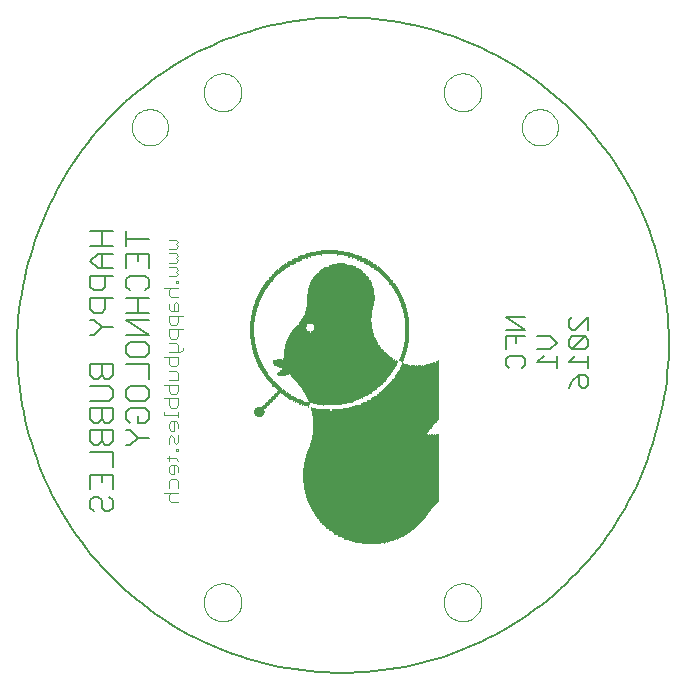
<source format=gbo>
G75*
%MOIN*%
%OFA0B0*%
%FSLAX24Y24*%
%IPPOS*%
%LPD*%
%AMOC8*
5,1,8,0,0,1.08239X$1,22.5*
%
%ADD10C,0.0000*%
%ADD11C,0.0050*%
%ADD12C,0.0060*%
%ADD13C,0.0080*%
%ADD14C,0.0040*%
%ADD15R,0.0033X0.1967*%
%ADD16R,0.0033X0.2266*%
%ADD17R,0.0033X0.1967*%
%ADD18R,0.0033X0.2300*%
%ADD19R,0.0033X0.2034*%
%ADD20R,0.0033X0.2333*%
%ADD21R,0.0033X0.2033*%
%ADD22R,0.0033X0.2366*%
%ADD23R,0.0033X0.2066*%
%ADD24R,0.0033X0.2400*%
%ADD25R,0.0033X0.2100*%
%ADD26R,0.0033X0.2433*%
%ADD27R,0.0033X0.2133*%
%ADD28R,0.0033X0.2466*%
%ADD29R,0.0033X0.2167*%
%ADD30R,0.0033X0.2500*%
%ADD31R,0.0033X0.2200*%
%ADD32R,0.0033X0.2566*%
%ADD33R,0.0033X0.2200*%
%ADD34R,0.0033X0.2600*%
%ADD35R,0.0033X0.2234*%
%ADD36R,0.0033X0.2633*%
%ADD37R,0.0033X0.2700*%
%ADD38R,0.0033X0.5067*%
%ADD39R,0.0033X0.5100*%
%ADD40R,0.0033X0.5133*%
%ADD41R,0.0033X0.5166*%
%ADD42R,0.0033X0.5200*%
%ADD43R,0.0033X0.5233*%
%ADD44R,0.0033X0.5266*%
%ADD45R,0.0033X0.5300*%
%ADD46R,0.0033X0.5333*%
%ADD47R,0.0033X0.5366*%
%ADD48R,0.0033X0.5400*%
%ADD49R,0.0033X0.5433*%
%ADD50R,0.0033X0.5466*%
%ADD51R,0.0033X0.5500*%
%ADD52R,0.0033X0.5533*%
%ADD53R,0.0033X0.5566*%
%ADD54R,0.0033X0.5600*%
%ADD55R,0.0033X0.0866*%
%ADD56R,0.0033X0.5600*%
%ADD57R,0.0033X0.1200*%
%ADD58R,0.0033X0.5667*%
%ADD59R,0.0033X0.1466*%
%ADD60R,0.0033X0.5700*%
%ADD61R,0.0033X0.1700*%
%ADD62R,0.0033X0.5700*%
%ADD63R,0.0033X0.0533*%
%ADD64R,0.0033X0.5734*%
%ADD65R,0.0033X0.0466*%
%ADD66R,0.0033X0.5767*%
%ADD67R,0.0033X0.0400*%
%ADD68R,0.0033X0.6200*%
%ADD69R,0.0033X0.0367*%
%ADD70R,0.0033X0.0267*%
%ADD71R,0.0033X0.5733*%
%ADD72R,0.0033X0.0333*%
%ADD73R,0.0033X0.0166*%
%ADD74R,0.0033X0.0333*%
%ADD75R,0.0033X0.0066*%
%ADD76R,0.0033X0.5633*%
%ADD77R,0.0033X0.0300*%
%ADD78R,0.0033X0.0067*%
%ADD79R,0.0033X0.5567*%
%ADD80R,0.0033X0.0267*%
%ADD81R,0.0033X0.0167*%
%ADD82R,0.0033X0.5500*%
%ADD83R,0.0033X0.0233*%
%ADD84R,0.0033X0.0233*%
%ADD85R,0.0033X0.0366*%
%ADD86R,0.0033X0.5433*%
%ADD87R,0.0033X0.0467*%
%ADD88R,0.0033X0.0600*%
%ADD89R,0.0033X0.5300*%
%ADD90R,0.0033X0.0234*%
%ADD91R,0.0033X0.0666*%
%ADD92R,0.0033X0.0200*%
%ADD93R,0.0033X0.0734*%
%ADD94R,0.0033X0.5267*%
%ADD95R,0.0033X0.0200*%
%ADD96R,0.0033X0.0800*%
%ADD97R,0.0033X0.5234*%
%ADD98R,0.0033X0.0900*%
%ADD99R,0.0033X0.0967*%
%ADD100R,0.0033X0.1033*%
%ADD101R,0.0033X0.5167*%
%ADD102R,0.0033X0.1100*%
%ADD103R,0.0033X0.1167*%
%ADD104R,0.0033X0.1233*%
%ADD105R,0.0033X0.1300*%
%ADD106R,0.0033X0.5066*%
%ADD107R,0.0033X0.1400*%
%ADD108R,0.0033X0.1433*%
%ADD109R,0.0033X0.5033*%
%ADD110R,0.0033X0.1533*%
%ADD111R,0.0033X0.5000*%
%ADD112R,0.0033X0.1634*%
%ADD113R,0.0033X0.4966*%
%ADD114R,0.0033X0.1733*%
%ADD115R,0.0033X0.4966*%
%ADD116R,0.0033X0.0167*%
%ADD117R,0.0033X0.1833*%
%ADD118R,0.0033X0.4933*%
%ADD119R,0.0033X0.0600*%
%ADD120R,0.0033X0.1933*%
%ADD121R,0.0033X0.4900*%
%ADD122R,0.0033X0.0833*%
%ADD123R,0.0033X0.2100*%
%ADD124R,0.0033X0.4900*%
%ADD125R,0.0033X0.2367*%
%ADD126R,0.0033X0.4866*%
%ADD127R,0.0033X0.3767*%
%ADD128R,0.0033X0.4833*%
%ADD129R,0.0033X0.3833*%
%ADD130R,0.0033X0.4833*%
%ADD131R,0.0033X0.3934*%
%ADD132R,0.0033X0.4800*%
%ADD133R,0.0033X0.3967*%
%ADD134R,0.0033X0.4033*%
%ADD135R,0.0033X0.4766*%
%ADD136R,0.0033X0.4067*%
%ADD137R,0.0033X0.4766*%
%ADD138R,0.0033X0.4133*%
%ADD139R,0.0033X0.4733*%
%ADD140R,0.0033X0.0166*%
%ADD141R,0.0033X0.4166*%
%ADD142R,0.0033X0.4733*%
%ADD143R,0.0033X0.4234*%
%ADD144R,0.0033X0.4700*%
%ADD145R,0.0033X0.4267*%
%ADD146R,0.0033X0.4667*%
%ADD147R,0.0033X0.4333*%
%ADD148R,0.0033X0.4633*%
%ADD149R,0.0033X0.0134*%
%ADD150R,0.0033X0.4333*%
%ADD151R,0.0033X0.4633*%
%ADD152R,0.0033X0.4400*%
%ADD153R,0.0033X0.4433*%
%ADD154R,0.0033X0.4600*%
%ADD155R,0.0033X0.0133*%
%ADD156R,0.0033X0.4433*%
%ADD157R,0.0033X0.4600*%
%ADD158R,0.0033X0.4500*%
%ADD159R,0.0033X0.4567*%
%ADD160R,0.0033X0.0133*%
%ADD161R,0.0033X0.4500*%
%ADD162R,0.0033X0.4534*%
%ADD163R,0.0033X0.4533*%
%ADD164R,0.0033X0.4534*%
%ADD165R,0.0033X0.0134*%
%ADD166R,0.0033X0.4567*%
%ADD167R,0.0033X0.4466*%
%ADD168R,0.0033X0.4466*%
%ADD169R,0.0033X0.4667*%
%ADD170R,0.0033X0.4367*%
%ADD171R,0.0033X0.4367*%
%ADD172R,0.0033X0.4700*%
%ADD173R,0.0033X0.4300*%
%ADD174R,0.0033X0.4234*%
%ADD175R,0.0033X0.4200*%
%ADD176R,0.0033X0.4200*%
%ADD177R,0.0033X0.4167*%
%ADD178R,0.0033X0.4134*%
%ADD179R,0.0033X0.4100*%
%ADD180R,0.0033X0.4033*%
%ADD181R,0.0033X0.4034*%
%ADD182R,0.0033X0.4000*%
%ADD183R,0.0033X0.3967*%
%ADD184R,0.0033X0.3900*%
%ADD185R,0.0033X0.3867*%
%ADD186R,0.0033X0.3834*%
%ADD187R,0.0033X0.4533*%
%ADD188R,0.0033X0.3800*%
%ADD189R,0.0033X0.4467*%
%ADD190R,0.0033X0.3734*%
%ADD191R,0.0033X0.3667*%
%ADD192R,0.0033X0.3634*%
%ADD193R,0.0033X0.4334*%
%ADD194R,0.0033X0.3633*%
%ADD195R,0.0033X0.3567*%
%ADD196R,0.0033X0.3533*%
%ADD197R,0.0033X0.1600*%
%ADD198R,0.0033X0.2467*%
%ADD199R,0.0033X0.3467*%
%ADD200R,0.0033X0.1500*%
%ADD201R,0.0033X0.2400*%
%ADD202R,0.0033X0.2566*%
%ADD203R,0.0033X0.1467*%
%ADD204R,0.0033X0.2366*%
%ADD205R,0.0033X0.2133*%
%ADD206R,0.0033X0.1300*%
%ADD207R,0.0033X0.2467*%
%ADD208R,0.0033X0.1966*%
%ADD209R,0.0033X0.2334*%
%ADD210R,0.0033X0.1800*%
%ADD211R,0.0033X0.1033*%
%ADD212R,0.0033X0.2267*%
%ADD213R,0.0033X0.0634*%
%ADD214R,0.0033X0.1467*%
%ADD215R,0.0033X0.2800*%
%ADD216R,0.0033X0.0933*%
%ADD217R,0.0033X0.2534*%
%ADD218R,0.0033X0.0500*%
%ADD219R,0.0033X0.2134*%
%ADD220R,0.0033X0.2033*%
%ADD221R,0.0033X0.1934*%
%ADD222R,0.0033X0.1866*%
%ADD223R,0.0033X0.1734*%
%ADD224R,0.0033X0.1666*%
%ADD225R,0.0033X0.1267*%
%ADD226R,0.0033X0.1133*%
%ADD227R,0.0033X0.1066*%
%ADD228R,0.0033X0.0566*%
%ADD229R,0.0033X0.0300*%
%ADD230R,0.0033X0.0266*%
%ADD231R,0.0033X0.0266*%
%ADD232R,0.0033X0.0334*%
%ADD233R,0.0033X0.0234*%
%ADD234R,0.0033X0.0067*%
%ADD235R,0.0033X0.0367*%
%ADD236R,0.0033X0.0400*%
%ADD237R,0.0033X0.0434*%
%ADD238R,0.0033X0.0533*%
%ADD239R,0.0033X0.0633*%
%ADD240R,0.0033X0.0634*%
%ADD241R,0.0033X0.1567*%
%ADD242R,0.0033X0.1334*%
%ADD243R,0.0033X0.0567*%
D10*
X006445Y003425D02*
X006447Y003475D01*
X006453Y003525D01*
X006463Y003574D01*
X006477Y003622D01*
X006494Y003669D01*
X006515Y003714D01*
X006540Y003758D01*
X006568Y003799D01*
X006600Y003838D01*
X006634Y003875D01*
X006671Y003909D01*
X006711Y003939D01*
X006753Y003966D01*
X006797Y003990D01*
X006843Y004011D01*
X006890Y004027D01*
X006938Y004040D01*
X006988Y004049D01*
X007037Y004054D01*
X007088Y004055D01*
X007138Y004052D01*
X007187Y004045D01*
X007236Y004034D01*
X007284Y004019D01*
X007330Y004001D01*
X007375Y003979D01*
X007418Y003953D01*
X007459Y003924D01*
X007498Y003892D01*
X007534Y003857D01*
X007566Y003819D01*
X007596Y003779D01*
X007623Y003736D01*
X007646Y003692D01*
X007665Y003646D01*
X007681Y003598D01*
X007693Y003549D01*
X007701Y003500D01*
X007705Y003450D01*
X007705Y003400D01*
X007701Y003350D01*
X007693Y003301D01*
X007681Y003252D01*
X007665Y003204D01*
X007646Y003158D01*
X007623Y003114D01*
X007596Y003071D01*
X007566Y003031D01*
X007534Y002993D01*
X007498Y002958D01*
X007459Y002926D01*
X007418Y002897D01*
X007375Y002871D01*
X007330Y002849D01*
X007284Y002831D01*
X007236Y002816D01*
X007187Y002805D01*
X007138Y002798D01*
X007088Y002795D01*
X007037Y002796D01*
X006988Y002801D01*
X006938Y002810D01*
X006890Y002823D01*
X006843Y002839D01*
X006797Y002860D01*
X006753Y002884D01*
X006711Y002911D01*
X006671Y002941D01*
X006634Y002975D01*
X006600Y003012D01*
X006568Y003051D01*
X006540Y003092D01*
X006515Y003136D01*
X006494Y003181D01*
X006477Y003228D01*
X006463Y003276D01*
X006453Y003325D01*
X006447Y003375D01*
X006445Y003425D01*
X014445Y003425D02*
X014447Y003475D01*
X014453Y003525D01*
X014463Y003574D01*
X014477Y003622D01*
X014494Y003669D01*
X014515Y003714D01*
X014540Y003758D01*
X014568Y003799D01*
X014600Y003838D01*
X014634Y003875D01*
X014671Y003909D01*
X014711Y003939D01*
X014753Y003966D01*
X014797Y003990D01*
X014843Y004011D01*
X014890Y004027D01*
X014938Y004040D01*
X014988Y004049D01*
X015037Y004054D01*
X015088Y004055D01*
X015138Y004052D01*
X015187Y004045D01*
X015236Y004034D01*
X015284Y004019D01*
X015330Y004001D01*
X015375Y003979D01*
X015418Y003953D01*
X015459Y003924D01*
X015498Y003892D01*
X015534Y003857D01*
X015566Y003819D01*
X015596Y003779D01*
X015623Y003736D01*
X015646Y003692D01*
X015665Y003646D01*
X015681Y003598D01*
X015693Y003549D01*
X015701Y003500D01*
X015705Y003450D01*
X015705Y003400D01*
X015701Y003350D01*
X015693Y003301D01*
X015681Y003252D01*
X015665Y003204D01*
X015646Y003158D01*
X015623Y003114D01*
X015596Y003071D01*
X015566Y003031D01*
X015534Y002993D01*
X015498Y002958D01*
X015459Y002926D01*
X015418Y002897D01*
X015375Y002871D01*
X015330Y002849D01*
X015284Y002831D01*
X015236Y002816D01*
X015187Y002805D01*
X015138Y002798D01*
X015088Y002795D01*
X015037Y002796D01*
X014988Y002801D01*
X014938Y002810D01*
X014890Y002823D01*
X014843Y002839D01*
X014797Y002860D01*
X014753Y002884D01*
X014711Y002911D01*
X014671Y002941D01*
X014634Y002975D01*
X014600Y003012D01*
X014568Y003051D01*
X014540Y003092D01*
X014515Y003136D01*
X014494Y003181D01*
X014477Y003228D01*
X014463Y003276D01*
X014453Y003325D01*
X014447Y003375D01*
X014445Y003425D01*
X017052Y019255D02*
X017054Y019304D01*
X017060Y019352D01*
X017070Y019399D01*
X017083Y019446D01*
X017100Y019491D01*
X017121Y019535D01*
X017145Y019577D01*
X017173Y019617D01*
X017204Y019655D01*
X017237Y019690D01*
X017274Y019722D01*
X017312Y019751D01*
X017353Y019777D01*
X017396Y019800D01*
X017441Y019819D01*
X017487Y019834D01*
X017534Y019846D01*
X017582Y019854D01*
X017631Y019858D01*
X017679Y019858D01*
X017728Y019854D01*
X017776Y019846D01*
X017823Y019834D01*
X017869Y019819D01*
X017914Y019800D01*
X017956Y019777D01*
X017998Y019751D01*
X018036Y019722D01*
X018073Y019690D01*
X018106Y019655D01*
X018137Y019617D01*
X018165Y019577D01*
X018189Y019535D01*
X018210Y019491D01*
X018227Y019446D01*
X018240Y019399D01*
X018250Y019352D01*
X018256Y019304D01*
X018258Y019255D01*
X018256Y019206D01*
X018250Y019158D01*
X018240Y019111D01*
X018227Y019064D01*
X018210Y019019D01*
X018189Y018975D01*
X018165Y018933D01*
X018137Y018893D01*
X018106Y018855D01*
X018073Y018820D01*
X018036Y018788D01*
X017998Y018759D01*
X017957Y018733D01*
X017914Y018710D01*
X017869Y018691D01*
X017823Y018676D01*
X017776Y018664D01*
X017728Y018656D01*
X017679Y018652D01*
X017631Y018652D01*
X017582Y018656D01*
X017534Y018664D01*
X017487Y018676D01*
X017441Y018691D01*
X017396Y018710D01*
X017354Y018733D01*
X017312Y018759D01*
X017274Y018788D01*
X017237Y018820D01*
X017204Y018855D01*
X017173Y018893D01*
X017145Y018933D01*
X017121Y018975D01*
X017100Y019019D01*
X017083Y019064D01*
X017070Y019111D01*
X017060Y019158D01*
X017054Y019206D01*
X017052Y019255D01*
X014445Y020425D02*
X014447Y020475D01*
X014453Y020525D01*
X014463Y020574D01*
X014477Y020622D01*
X014494Y020669D01*
X014515Y020714D01*
X014540Y020758D01*
X014568Y020799D01*
X014600Y020838D01*
X014634Y020875D01*
X014671Y020909D01*
X014711Y020939D01*
X014753Y020966D01*
X014797Y020990D01*
X014843Y021011D01*
X014890Y021027D01*
X014938Y021040D01*
X014988Y021049D01*
X015037Y021054D01*
X015088Y021055D01*
X015138Y021052D01*
X015187Y021045D01*
X015236Y021034D01*
X015284Y021019D01*
X015330Y021001D01*
X015375Y020979D01*
X015418Y020953D01*
X015459Y020924D01*
X015498Y020892D01*
X015534Y020857D01*
X015566Y020819D01*
X015596Y020779D01*
X015623Y020736D01*
X015646Y020692D01*
X015665Y020646D01*
X015681Y020598D01*
X015693Y020549D01*
X015701Y020500D01*
X015705Y020450D01*
X015705Y020400D01*
X015701Y020350D01*
X015693Y020301D01*
X015681Y020252D01*
X015665Y020204D01*
X015646Y020158D01*
X015623Y020114D01*
X015596Y020071D01*
X015566Y020031D01*
X015534Y019993D01*
X015498Y019958D01*
X015459Y019926D01*
X015418Y019897D01*
X015375Y019871D01*
X015330Y019849D01*
X015284Y019831D01*
X015236Y019816D01*
X015187Y019805D01*
X015138Y019798D01*
X015088Y019795D01*
X015037Y019796D01*
X014988Y019801D01*
X014938Y019810D01*
X014890Y019823D01*
X014843Y019839D01*
X014797Y019860D01*
X014753Y019884D01*
X014711Y019911D01*
X014671Y019941D01*
X014634Y019975D01*
X014600Y020012D01*
X014568Y020051D01*
X014540Y020092D01*
X014515Y020136D01*
X014494Y020181D01*
X014477Y020228D01*
X014463Y020276D01*
X014453Y020325D01*
X014447Y020375D01*
X014445Y020425D01*
X006445Y020425D02*
X006447Y020475D01*
X006453Y020525D01*
X006463Y020574D01*
X006477Y020622D01*
X006494Y020669D01*
X006515Y020714D01*
X006540Y020758D01*
X006568Y020799D01*
X006600Y020838D01*
X006634Y020875D01*
X006671Y020909D01*
X006711Y020939D01*
X006753Y020966D01*
X006797Y020990D01*
X006843Y021011D01*
X006890Y021027D01*
X006938Y021040D01*
X006988Y021049D01*
X007037Y021054D01*
X007088Y021055D01*
X007138Y021052D01*
X007187Y021045D01*
X007236Y021034D01*
X007284Y021019D01*
X007330Y021001D01*
X007375Y020979D01*
X007418Y020953D01*
X007459Y020924D01*
X007498Y020892D01*
X007534Y020857D01*
X007566Y020819D01*
X007596Y020779D01*
X007623Y020736D01*
X007646Y020692D01*
X007665Y020646D01*
X007681Y020598D01*
X007693Y020549D01*
X007701Y020500D01*
X007705Y020450D01*
X007705Y020400D01*
X007701Y020350D01*
X007693Y020301D01*
X007681Y020252D01*
X007665Y020204D01*
X007646Y020158D01*
X007623Y020114D01*
X007596Y020071D01*
X007566Y020031D01*
X007534Y019993D01*
X007498Y019958D01*
X007459Y019926D01*
X007418Y019897D01*
X007375Y019871D01*
X007330Y019849D01*
X007284Y019831D01*
X007236Y019816D01*
X007187Y019805D01*
X007138Y019798D01*
X007088Y019795D01*
X007037Y019796D01*
X006988Y019801D01*
X006938Y019810D01*
X006890Y019823D01*
X006843Y019839D01*
X006797Y019860D01*
X006753Y019884D01*
X006711Y019911D01*
X006671Y019941D01*
X006634Y019975D01*
X006600Y020012D01*
X006568Y020051D01*
X006540Y020092D01*
X006515Y020136D01*
X006494Y020181D01*
X006477Y020228D01*
X006463Y020276D01*
X006453Y020325D01*
X006447Y020375D01*
X006445Y020425D01*
X004052Y019255D02*
X004054Y019304D01*
X004060Y019352D01*
X004070Y019399D01*
X004083Y019446D01*
X004100Y019491D01*
X004121Y019535D01*
X004145Y019577D01*
X004173Y019617D01*
X004204Y019655D01*
X004237Y019690D01*
X004274Y019722D01*
X004312Y019751D01*
X004353Y019777D01*
X004396Y019800D01*
X004441Y019819D01*
X004487Y019834D01*
X004534Y019846D01*
X004582Y019854D01*
X004631Y019858D01*
X004679Y019858D01*
X004728Y019854D01*
X004776Y019846D01*
X004823Y019834D01*
X004869Y019819D01*
X004914Y019800D01*
X004956Y019777D01*
X004998Y019751D01*
X005036Y019722D01*
X005073Y019690D01*
X005106Y019655D01*
X005137Y019617D01*
X005165Y019577D01*
X005189Y019535D01*
X005210Y019491D01*
X005227Y019446D01*
X005240Y019399D01*
X005250Y019352D01*
X005256Y019304D01*
X005258Y019255D01*
X005256Y019206D01*
X005250Y019158D01*
X005240Y019111D01*
X005227Y019064D01*
X005210Y019019D01*
X005189Y018975D01*
X005165Y018933D01*
X005137Y018893D01*
X005106Y018855D01*
X005073Y018820D01*
X005036Y018788D01*
X004998Y018759D01*
X004957Y018733D01*
X004914Y018710D01*
X004869Y018691D01*
X004823Y018676D01*
X004776Y018664D01*
X004728Y018656D01*
X004679Y018652D01*
X004631Y018652D01*
X004582Y018656D01*
X004534Y018664D01*
X004487Y018676D01*
X004441Y018691D01*
X004396Y018710D01*
X004354Y018733D01*
X004312Y018759D01*
X004274Y018788D01*
X004237Y018820D01*
X004204Y018855D01*
X004173Y018893D01*
X004145Y018933D01*
X004121Y018975D01*
X004100Y019019D01*
X004083Y019064D01*
X004070Y019111D01*
X004060Y019158D01*
X004054Y019206D01*
X004052Y019255D01*
D11*
X001025Y015995D02*
X000928Y015748D01*
X000838Y015499D01*
X000753Y015248D01*
X000675Y014995D01*
X000602Y014740D01*
X000537Y014483D01*
X000477Y014225D01*
X000424Y013965D01*
X000377Y013704D01*
X000336Y013442D01*
X000302Y013179D01*
X000274Y012916D01*
X000253Y012652D01*
X000238Y012387D01*
X000230Y012122D01*
X000228Y011857D01*
X000233Y011592D01*
X000244Y011327D01*
X000262Y011063D01*
X000286Y010799D01*
X000316Y010536D01*
X000353Y010273D01*
X000396Y010012D01*
X000446Y009752D01*
X000502Y009493D01*
X000564Y009235D01*
X000633Y008979D01*
X000708Y008725D01*
X000789Y008472D01*
X000876Y008222D01*
X000970Y007974D01*
X001069Y007728D01*
X001174Y007485D01*
X001286Y007245D01*
X001403Y007007D01*
X001525Y006772D01*
X001654Y006540D01*
X001788Y006312D01*
X001928Y006087D01*
X002073Y005865D01*
X002224Y005647D01*
X002380Y005433D01*
X002541Y005222D01*
X002707Y005016D01*
X002878Y004813D01*
X003054Y004615D01*
X003235Y004421D01*
X003420Y004232D01*
X003610Y004048D01*
X003805Y003868D01*
X004004Y003692D01*
X004207Y003522D01*
X004414Y003357D01*
X004625Y003197D01*
X004840Y003042D01*
X005059Y002892D01*
X005282Y002748D01*
X005507Y002609D01*
X005736Y002476D01*
X005969Y002349D01*
X006204Y002227D01*
X006442Y002111D01*
X006683Y002001D01*
X006927Y001896D01*
X007173Y001798D01*
X007422Y001706D01*
X007672Y001620D01*
X007925Y001540D01*
X008180Y001466D01*
X008436Y001399D01*
X008694Y001337D01*
X008953Y001283D01*
X009214Y001234D01*
X009475Y001192D01*
X009738Y001156D01*
X010001Y001127D01*
X010265Y001104D01*
X010530Y001087D01*
X010795Y001077D01*
X011060Y001074D01*
X011325Y001077D01*
X011589Y001086D01*
X011854Y001102D01*
X012118Y001125D01*
X012381Y001154D01*
X012644Y001189D01*
X012906Y001231D01*
X013166Y001279D01*
X013426Y001333D01*
X013684Y001394D01*
X013940Y001461D01*
X014195Y001534D01*
X014448Y001614D01*
X014698Y001700D01*
X014947Y001791D01*
X015193Y001889D01*
X015437Y001993D01*
X015679Y002103D01*
X015917Y002218D01*
X016153Y002340D01*
X016385Y002467D01*
X016614Y002600D01*
X016841Y002738D01*
X017063Y002882D01*
X017282Y003031D01*
X017497Y003186D01*
X017709Y003345D01*
X017916Y003510D01*
X018120Y003680D01*
X018319Y003855D01*
X018514Y004035D01*
X018704Y004219D01*
X018890Y004408D01*
X019071Y004601D01*
X019248Y004799D01*
X019419Y005001D01*
X019586Y005207D01*
X019747Y005417D01*
X019903Y005632D01*
X020054Y005849D01*
X020200Y006071D01*
X020340Y006296D01*
X020475Y006524D01*
X020604Y006756D01*
X020727Y006990D01*
X020844Y007228D01*
X020956Y007468D01*
X021062Y007711D01*
X021162Y007957D01*
X021255Y008205D01*
D12*
X002798Y006452D02*
X002674Y006575D01*
X002674Y006822D01*
X002798Y006945D01*
X002921Y006945D01*
X003045Y006822D01*
X003045Y006575D01*
X003168Y006452D01*
X003292Y006452D01*
X003415Y006575D01*
X003415Y006822D01*
X003292Y006945D01*
X003415Y007188D02*
X003415Y007682D01*
X002674Y007682D01*
X002674Y007188D01*
X003045Y007435D02*
X003045Y007682D01*
X003415Y007925D02*
X003415Y008419D01*
X002674Y008419D01*
X002798Y008662D02*
X002921Y008662D01*
X003045Y008785D01*
X003045Y009155D01*
X003168Y009398D02*
X003292Y009398D01*
X003415Y009522D01*
X003415Y009892D01*
X002674Y009892D01*
X002674Y009522D01*
X002798Y009398D01*
X002921Y009398D01*
X003045Y009522D01*
X003045Y009892D01*
X003292Y010135D02*
X002674Y010135D01*
X003045Y009522D02*
X003168Y009398D01*
X003415Y009155D02*
X003415Y008785D01*
X003292Y008662D01*
X003168Y008662D01*
X003045Y008785D01*
X002798Y008662D02*
X002674Y008785D01*
X002674Y009155D01*
X003415Y009155D01*
X003874Y009155D02*
X003998Y009155D01*
X004245Y008908D01*
X004615Y008908D01*
X004245Y008908D02*
X003998Y008662D01*
X003874Y008662D01*
X003998Y009398D02*
X003874Y009522D01*
X003874Y009769D01*
X003998Y009892D01*
X004492Y009892D01*
X004615Y009769D01*
X004615Y009522D01*
X004492Y009398D01*
X004245Y009398D01*
X004245Y009645D01*
X004492Y010135D02*
X003998Y010135D01*
X003874Y010258D01*
X003874Y010505D01*
X003998Y010629D01*
X004492Y010629D01*
X004615Y010505D01*
X004615Y010258D01*
X004492Y010135D01*
X004615Y010871D02*
X004615Y011365D01*
X003874Y011365D01*
X003998Y011608D02*
X003874Y011732D01*
X003874Y011978D01*
X003998Y012102D01*
X004492Y012102D01*
X004615Y011978D01*
X004615Y011732D01*
X004492Y011608D01*
X003998Y011608D01*
X003415Y011365D02*
X003415Y010995D01*
X003292Y010871D01*
X003168Y010871D01*
X003045Y010995D01*
X003045Y011365D01*
X003415Y011365D02*
X002674Y011365D01*
X002674Y010995D01*
X002798Y010871D01*
X002921Y010871D01*
X003045Y010995D01*
X003292Y010629D02*
X003415Y010505D01*
X003415Y010258D01*
X003292Y010135D01*
X003292Y010629D02*
X002674Y010629D01*
X002674Y012345D02*
X002798Y012345D01*
X003045Y012592D01*
X003415Y012592D01*
X003045Y012592D02*
X002798Y012838D01*
X002674Y012838D01*
X002798Y013081D02*
X003045Y013081D01*
X003168Y013205D01*
X003168Y013575D01*
X003415Y013575D02*
X002674Y013575D01*
X002674Y013205D01*
X002798Y013081D01*
X002798Y013818D02*
X003045Y013818D01*
X003168Y013941D01*
X003168Y014312D01*
X003415Y014312D02*
X002674Y014312D01*
X002674Y013941D01*
X002798Y013818D01*
X002921Y014555D02*
X003415Y014555D01*
X003045Y014555D02*
X003045Y015048D01*
X002921Y015048D02*
X002674Y014801D01*
X002921Y014555D01*
X002921Y015048D02*
X003415Y015048D01*
X003415Y015291D02*
X002674Y015291D01*
X003045Y015291D02*
X003045Y015785D01*
X003415Y015785D02*
X002674Y015785D01*
X003874Y015785D02*
X003874Y015291D01*
X003874Y015048D02*
X004615Y015048D01*
X004615Y014555D01*
X004492Y014312D02*
X004615Y014188D01*
X004615Y013941D01*
X004492Y013818D01*
X004615Y013575D02*
X003874Y013575D01*
X003998Y013818D02*
X003874Y013941D01*
X003874Y014188D01*
X003998Y014312D01*
X004492Y014312D01*
X004245Y014801D02*
X004245Y015048D01*
X003874Y015048D02*
X003874Y014555D01*
X003874Y015538D02*
X004615Y015538D01*
X004245Y013575D02*
X004245Y013081D01*
X004615Y013081D02*
X003874Y013081D01*
X003874Y012838D02*
X004615Y012345D01*
X003874Y012345D01*
X003874Y012838D02*
X004615Y012838D01*
X016524Y012935D02*
X017165Y012508D01*
X016524Y012508D01*
X016524Y012290D02*
X016524Y011863D01*
X016631Y011646D02*
X017058Y011646D01*
X017165Y011539D01*
X017165Y011326D01*
X017058Y011219D01*
X016631Y011219D02*
X016524Y011326D01*
X016524Y011539D01*
X016631Y011646D01*
X016845Y012077D02*
X016845Y012290D01*
X017165Y012290D02*
X016524Y012290D01*
X016524Y012935D02*
X017165Y012935D01*
X017574Y012290D02*
X018001Y012290D01*
X018215Y012077D01*
X018001Y011863D01*
X017574Y011863D01*
X017788Y011646D02*
X017574Y011432D01*
X018215Y011432D01*
X018215Y011219D02*
X018215Y011646D01*
X018624Y011432D02*
X019265Y011432D01*
X019265Y011219D02*
X019265Y011646D01*
X019158Y011863D02*
X019265Y011970D01*
X019265Y012184D01*
X019158Y012290D01*
X018731Y011863D01*
X019158Y011863D01*
X018838Y011646D02*
X018624Y011432D01*
X018731Y011863D02*
X018624Y011970D01*
X018624Y012184D01*
X018731Y012290D01*
X019158Y012290D01*
X019265Y012508D02*
X019265Y012935D01*
X018838Y012508D01*
X018731Y012508D01*
X018624Y012615D01*
X018624Y012828D01*
X018731Y012935D01*
X018945Y011001D02*
X018945Y010681D01*
X019051Y010574D01*
X019158Y010574D01*
X019265Y010681D01*
X019265Y010895D01*
X019158Y011001D01*
X018945Y011001D01*
X018731Y010788D01*
X018624Y010574D01*
D13*
X021245Y008235D02*
X021336Y008484D01*
X021421Y008736D01*
X021501Y008989D01*
X021573Y009244D01*
X021640Y009501D01*
X021700Y009760D01*
X021754Y010020D01*
X021802Y010281D01*
X021843Y010544D01*
X021878Y010807D01*
X021906Y011071D01*
X021928Y011336D01*
X021943Y011601D01*
X021952Y011866D01*
X021954Y012132D01*
X021950Y012397D01*
X021939Y012663D01*
X021922Y012928D01*
X021898Y013192D01*
X021868Y013456D01*
X021831Y013719D01*
X021788Y013981D01*
X021738Y014242D01*
X021682Y014501D01*
X021620Y014760D01*
X021551Y015016D01*
X021476Y015271D01*
X021395Y015524D01*
X021308Y015775D01*
X021215Y016023D01*
X021115Y016269D01*
X021010Y016513D01*
X020898Y016754D01*
X020781Y016992D01*
X020658Y017228D01*
X020529Y017460D01*
X020394Y017689D01*
X020254Y017914D01*
X020109Y018137D01*
X019958Y018355D01*
X019802Y018570D01*
X019640Y018781D01*
X019474Y018987D01*
X019302Y019190D01*
X019125Y019388D01*
X018944Y019582D01*
X018758Y019772D01*
X018567Y019957D01*
X018372Y020137D01*
X018173Y020312D01*
X017969Y020483D01*
X017761Y020648D01*
X017549Y020808D01*
X017334Y020963D01*
X017114Y021112D01*
X016891Y021257D01*
X016665Y021395D01*
X016435Y021528D01*
X016202Y021656D01*
X015966Y021777D01*
X015727Y021893D01*
X015485Y022003D01*
X015241Y022107D01*
X014994Y022205D01*
X014745Y022297D01*
X014493Y022383D01*
X014240Y022462D01*
X013985Y022535D01*
X013728Y022602D01*
X013469Y022663D01*
X013209Y022717D01*
X012948Y022765D01*
X012686Y022807D01*
X012423Y022842D01*
X012159Y022870D01*
X011894Y022893D01*
X011629Y022908D01*
X011364Y022917D01*
X011098Y022920D01*
X010833Y022916D01*
X010567Y022906D01*
X010302Y022889D01*
X010038Y022865D01*
X009774Y022835D01*
X009511Y022799D01*
X009249Y022756D01*
X008988Y022707D01*
X008728Y022652D01*
X008470Y022590D01*
X008213Y022521D01*
X007958Y022447D01*
X007705Y022366D01*
X007454Y022279D01*
X007206Y022186D01*
X006959Y022087D01*
X006715Y021982D01*
X006474Y021871D01*
X006236Y021754D01*
X006000Y021631D01*
X005768Y021503D01*
X005539Y021369D01*
X005313Y021229D01*
X005091Y021084D01*
X004872Y020933D01*
X004657Y020777D01*
X004446Y020616D01*
X004239Y020450D01*
X004036Y020278D01*
X003837Y020102D01*
X003643Y019921D01*
X003453Y019735D01*
X003268Y019545D01*
X003088Y019350D01*
X002912Y019151D01*
X002741Y018947D01*
X002576Y018740D01*
X002415Y018528D01*
X002260Y018313D01*
X002110Y018093D01*
X001966Y017871D01*
X001827Y017644D01*
X001693Y017415D01*
X001566Y017182D01*
X001444Y016946D01*
X001328Y016707D01*
X001217Y016466D01*
X001113Y016221D01*
X001015Y015975D01*
D14*
X005135Y013904D02*
X005595Y013904D01*
X005595Y014057D02*
X005595Y014134D01*
X005518Y014134D01*
X005518Y014057D01*
X005595Y014057D01*
X005518Y014287D02*
X005288Y014287D01*
X005518Y014287D02*
X005595Y014364D01*
X005518Y014441D01*
X005595Y014517D01*
X005518Y014594D01*
X005288Y014594D01*
X005288Y014748D02*
X005518Y014748D01*
X005595Y014824D01*
X005518Y014901D01*
X005595Y014978D01*
X005518Y015055D01*
X005288Y015055D01*
X005288Y015208D02*
X005518Y015208D01*
X005595Y015285D01*
X005518Y015362D01*
X005595Y015438D01*
X005518Y015515D01*
X005288Y015515D01*
X005365Y013904D02*
X005288Y013827D01*
X005288Y013673D01*
X005365Y013597D01*
X005595Y013597D01*
X005518Y013443D02*
X005442Y013367D01*
X005442Y013136D01*
X005365Y013136D02*
X005595Y013136D01*
X005595Y013367D01*
X005518Y013443D01*
X005288Y013367D02*
X005288Y013213D01*
X005365Y013136D01*
X005288Y012983D02*
X005288Y012753D01*
X005365Y012676D01*
X005518Y012676D01*
X005595Y012753D01*
X005595Y012983D01*
X005748Y012983D02*
X005288Y012983D01*
X005288Y012522D02*
X005288Y012292D01*
X005365Y012216D01*
X005518Y012216D01*
X005595Y012292D01*
X005595Y012522D01*
X005748Y012522D02*
X005288Y012522D01*
X005288Y012062D02*
X005518Y012062D01*
X005595Y011985D01*
X005595Y011755D01*
X005672Y011755D02*
X005748Y011832D01*
X005748Y011909D01*
X005672Y011755D02*
X005288Y011755D01*
X005288Y011602D02*
X005288Y011371D01*
X005365Y011295D01*
X005518Y011295D01*
X005595Y011371D01*
X005595Y011602D01*
X005135Y011602D01*
X005288Y011141D02*
X005518Y011141D01*
X005595Y011065D01*
X005595Y010834D01*
X005288Y010834D01*
X005288Y010681D02*
X005288Y010451D01*
X005365Y010374D01*
X005518Y010374D01*
X005595Y010451D01*
X005595Y010681D01*
X005135Y010681D01*
X005135Y010220D02*
X005595Y010220D01*
X005595Y009990D01*
X005518Y009914D01*
X005365Y009914D01*
X005288Y009990D01*
X005288Y010220D01*
X005135Y009760D02*
X005135Y009683D01*
X005595Y009683D01*
X005595Y009607D02*
X005595Y009760D01*
X005518Y009453D02*
X005365Y009453D01*
X005288Y009376D01*
X005288Y009223D01*
X005365Y009146D01*
X005442Y009146D01*
X005442Y009453D01*
X005518Y009453D02*
X005595Y009376D01*
X005595Y009223D01*
X005595Y008993D02*
X005595Y008763D01*
X005518Y008686D01*
X005442Y008763D01*
X005442Y008916D01*
X005365Y008993D01*
X005288Y008916D01*
X005288Y008686D01*
X005518Y008532D02*
X005518Y008456D01*
X005595Y008456D01*
X005595Y008532D01*
X005518Y008532D01*
X005518Y008225D02*
X005211Y008225D01*
X005288Y008302D02*
X005288Y008149D01*
X005365Y007995D02*
X005288Y007919D01*
X005288Y007765D01*
X005365Y007688D01*
X005442Y007688D01*
X005442Y007995D01*
X005518Y007995D02*
X005365Y007995D01*
X005518Y007995D02*
X005595Y007919D01*
X005595Y007765D01*
X005518Y007535D02*
X005595Y007458D01*
X005595Y007228D01*
X005595Y007074D02*
X005135Y007074D01*
X005288Y006998D02*
X005288Y006844D01*
X005365Y006768D01*
X005595Y006768D01*
X005365Y007074D02*
X005288Y006998D01*
X005288Y007228D02*
X005288Y007458D01*
X005365Y007535D01*
X005518Y007535D01*
X005595Y008149D02*
X005518Y008225D01*
D15*
X014295Y010511D03*
D16*
X014295Y007895D03*
X009895Y011395D03*
D17*
X014262Y010479D03*
D18*
X013928Y010212D03*
X014262Y007878D03*
X010062Y007678D03*
X009728Y011712D03*
D19*
X014228Y010445D03*
D20*
X014228Y007861D03*
D21*
X014195Y010411D03*
D22*
X014195Y007845D03*
D23*
X014162Y010395D03*
D24*
X014162Y007828D03*
X010062Y011262D03*
X009762Y011695D03*
D25*
X014128Y010378D03*
D26*
X014128Y007811D03*
D27*
X014095Y010329D03*
D28*
X014095Y007795D03*
D29*
X014062Y010311D03*
D30*
X014062Y007778D03*
D31*
X014028Y010295D03*
D32*
X014028Y007745D03*
D33*
X013995Y010262D03*
X009695Y011695D03*
D34*
X013995Y007728D03*
D35*
X013962Y010245D03*
D36*
X013962Y007711D03*
X009828Y011711D03*
D37*
X013928Y007678D03*
D38*
X013895Y008829D03*
X012395Y007929D03*
D39*
X012428Y007945D03*
X013862Y008778D03*
D40*
X013828Y008761D03*
X012462Y007961D03*
D41*
X013795Y008745D03*
D42*
X013762Y008728D03*
X012562Y008028D03*
X012528Y007995D03*
D43*
X013728Y008711D03*
D44*
X013695Y008695D03*
D45*
X013662Y008678D03*
X012662Y008078D03*
D46*
X012728Y008129D03*
X013628Y008661D03*
D47*
X013595Y008645D03*
D48*
X013562Y008628D03*
X012762Y008162D03*
D49*
X012828Y008211D03*
X013528Y008611D03*
D50*
X013495Y008595D03*
D51*
X013462Y008578D03*
X013428Y008578D03*
X012862Y008245D03*
D52*
X013395Y008561D03*
D53*
X013362Y008545D03*
D54*
X013328Y008528D03*
X012962Y008328D03*
D55*
X013295Y012495D03*
D56*
X013295Y008528D03*
D57*
X009862Y007628D03*
X009262Y011595D03*
X009962Y013295D03*
X013262Y012495D03*
D58*
X013262Y008529D03*
D59*
X013228Y012495D03*
D60*
X013228Y008512D03*
X013028Y008412D03*
D61*
X013195Y012512D03*
D62*
X013195Y008512D03*
D63*
X012728Y011329D03*
X013162Y011829D03*
X013162Y013161D03*
D64*
X013162Y008495D03*
D65*
X013128Y011695D03*
X013128Y013295D03*
D66*
X013128Y008511D03*
D67*
X013095Y013395D03*
D68*
X013095Y008695D03*
D69*
X013062Y013479D03*
D70*
X012828Y013929D03*
X012762Y014029D03*
X013062Y011561D03*
X008528Y011061D03*
X008462Y011161D03*
X008228Y009761D03*
X008528Y013961D03*
D71*
X013062Y008461D03*
D72*
X012828Y011361D03*
X013028Y013561D03*
X008362Y013661D03*
X008362Y011329D03*
X008462Y009829D03*
X008362Y009761D03*
X008328Y009761D03*
X008262Y009761D03*
D73*
X009228Y010345D03*
X009428Y010245D03*
X009828Y010045D03*
X009862Y010045D03*
X013028Y011545D03*
X012262Y014545D03*
X012128Y014645D03*
X011962Y014745D03*
X011762Y014845D03*
X011528Y014945D03*
X011162Y015045D03*
X010162Y015045D03*
X009828Y014945D03*
X009562Y014845D03*
X009362Y014745D03*
X009228Y014645D03*
X008962Y014445D03*
D74*
X008395Y013729D03*
X008395Y009761D03*
X008295Y009761D03*
X012995Y013629D03*
D75*
X012995Y011495D03*
D76*
X012995Y008379D03*
D77*
X009062Y011378D03*
X009028Y011378D03*
X008428Y011212D03*
X008428Y013778D03*
X008462Y013845D03*
X012862Y013878D03*
X012928Y013778D03*
X012962Y013712D03*
D78*
X012928Y011429D03*
X008928Y011029D03*
D79*
X012928Y008311D03*
D80*
X010095Y009761D03*
X008595Y010961D03*
X008195Y009761D03*
X012895Y013829D03*
D81*
X011895Y014779D03*
X011695Y014879D03*
X011595Y014911D03*
X011295Y015011D03*
X010395Y015079D03*
X009895Y014979D03*
X009695Y014911D03*
X009495Y014811D03*
X012895Y011411D03*
X009695Y010111D03*
X009295Y010311D03*
X009195Y010379D03*
D82*
X012895Y008278D03*
D83*
X012862Y011379D03*
X012162Y013579D03*
X012728Y014079D03*
X012562Y014279D03*
X009062Y011079D03*
X008662Y010879D03*
X008628Y010911D03*
X008628Y014079D03*
X008728Y014211D03*
D84*
X008695Y014179D03*
X008795Y014279D03*
X008795Y010711D03*
X012695Y014111D03*
X012795Y013979D03*
D85*
X012795Y011345D03*
D86*
X012795Y008179D03*
D87*
X012762Y011329D03*
X008228Y011661D03*
D88*
X012695Y011295D03*
D89*
X012695Y008112D03*
D90*
X008762Y010745D03*
X008662Y014145D03*
X008762Y014245D03*
X012662Y014145D03*
D91*
X012662Y011295D03*
D92*
X012628Y014195D03*
X012528Y014295D03*
X012462Y014362D03*
X012428Y014395D03*
X012362Y014462D03*
X012328Y014495D03*
X012228Y014562D03*
X009062Y014528D03*
X009028Y014495D03*
X008928Y014428D03*
X008862Y014362D03*
X008828Y014328D03*
X008862Y011395D03*
X009028Y011062D03*
X008728Y010795D03*
X008828Y010695D03*
X008862Y010662D03*
X008928Y010595D03*
X009028Y010495D03*
X009128Y010428D03*
X009162Y010395D03*
X009262Y010328D03*
D93*
X012628Y011295D03*
D94*
X012628Y008061D03*
D95*
X008895Y010628D03*
X008695Y010828D03*
X008895Y011395D03*
X008895Y014395D03*
X008995Y014462D03*
X009095Y014562D03*
X009195Y014628D03*
X009295Y014695D03*
X011995Y014728D03*
X012095Y014662D03*
X012195Y014595D03*
X012295Y014528D03*
X012395Y014428D03*
X012495Y014328D03*
X012595Y014228D03*
D96*
X012595Y011295D03*
D97*
X012595Y008045D03*
D98*
X012562Y011278D03*
X009162Y011412D03*
D99*
X012528Y011279D03*
D100*
X012495Y011279D03*
D101*
X012495Y007979D03*
D102*
X012462Y011278D03*
D103*
X012428Y011279D03*
X012062Y013511D03*
D104*
X012395Y011279D03*
D105*
X012362Y011278D03*
X009328Y011678D03*
D106*
X012328Y007895D03*
X012362Y007895D03*
D107*
X012328Y011295D03*
X010028Y013395D03*
X009362Y011695D03*
D108*
X012295Y011311D03*
D109*
X012295Y007879D03*
D110*
X012262Y011329D03*
D111*
X012262Y007862D03*
D112*
X009928Y007645D03*
X012228Y011345D03*
D113*
X012228Y007845D03*
D114*
X012195Y011361D03*
D115*
X012195Y007845D03*
D116*
X009962Y010011D03*
X009762Y010079D03*
X009662Y010111D03*
X009528Y010179D03*
X009462Y010211D03*
X009362Y010279D03*
X009328Y010279D03*
X009062Y010479D03*
X008928Y010379D03*
X008862Y010311D03*
X008828Y010279D03*
X008762Y010211D03*
X008728Y010179D03*
X008662Y010111D03*
X008628Y010079D03*
X008562Y010011D03*
X008528Y009979D03*
X008828Y011411D03*
X009128Y014579D03*
X009162Y014611D03*
X009262Y014679D03*
X009328Y014711D03*
X009428Y014779D03*
X009462Y014779D03*
X009528Y014811D03*
X009628Y014879D03*
X009662Y014879D03*
X009728Y014911D03*
X009928Y014979D03*
X010028Y015011D03*
X010928Y015079D03*
X011328Y015011D03*
X011428Y014979D03*
X011628Y014911D03*
X011728Y014879D03*
X011828Y014811D03*
X011862Y014811D03*
X011928Y014779D03*
X012028Y014711D03*
X012062Y014679D03*
X012162Y014611D03*
D117*
X012162Y011379D03*
D118*
X012162Y007829D03*
D119*
X009128Y011262D03*
X012128Y013595D03*
D120*
X012128Y011429D03*
D121*
X012128Y007812D03*
D122*
X012095Y013579D03*
D123*
X012095Y011478D03*
D124*
X012095Y007812D03*
D125*
X012062Y011579D03*
D126*
X012062Y007795D03*
D127*
X010362Y007979D03*
X012028Y012279D03*
D128*
X012028Y007779D03*
D129*
X011995Y012279D03*
D130*
X011995Y007779D03*
D131*
X010528Y007895D03*
X011962Y012295D03*
D132*
X011962Y007762D03*
X011928Y007762D03*
D133*
X010562Y007879D03*
X011928Y012311D03*
D134*
X011895Y012311D03*
X010695Y007811D03*
D135*
X011895Y007745D03*
D136*
X011862Y012329D03*
D137*
X011862Y007745D03*
D138*
X011828Y012329D03*
D139*
X011062Y012361D03*
X011028Y012361D03*
X010962Y012361D03*
X010928Y012361D03*
X011828Y007729D03*
D140*
X009595Y010145D03*
X009395Y010245D03*
X009095Y010445D03*
X008895Y010345D03*
X008795Y010245D03*
X008695Y010145D03*
X008595Y010045D03*
X008495Y009945D03*
X008995Y011045D03*
X009395Y014745D03*
X009595Y014845D03*
X009795Y014945D03*
X010195Y015045D03*
X011795Y014845D03*
D141*
X011795Y012345D03*
D142*
X010995Y012361D03*
X011795Y007729D03*
D143*
X010962Y007745D03*
X011762Y012345D03*
D144*
X011162Y012378D03*
X011128Y012378D03*
X010862Y012345D03*
X010828Y012345D03*
X010762Y012345D03*
X011762Y007712D03*
D145*
X011062Y007729D03*
X011028Y007729D03*
X010162Y012161D03*
X011728Y012361D03*
D146*
X011228Y012361D03*
X010728Y012329D03*
X010662Y012329D03*
X011728Y007729D03*
D147*
X011695Y012361D03*
D148*
X011295Y012379D03*
X010595Y012311D03*
X011695Y007711D03*
D149*
X009728Y010095D03*
X011662Y014895D03*
X011362Y014995D03*
X010862Y015095D03*
X010828Y015095D03*
X010762Y015095D03*
X010728Y015095D03*
X010662Y015095D03*
X010628Y015095D03*
X010562Y015095D03*
X010528Y015095D03*
X010462Y015095D03*
X010428Y015095D03*
X009962Y014995D03*
D150*
X011662Y012361D03*
X011128Y007729D03*
D151*
X011628Y007711D03*
X011662Y007711D03*
X011328Y012379D03*
X011262Y012379D03*
X010628Y012311D03*
X010562Y012311D03*
D152*
X011628Y012362D03*
X011262Y007695D03*
X011228Y007695D03*
D153*
X011295Y007711D03*
X010295Y012211D03*
X011595Y012379D03*
D154*
X010495Y012295D03*
X011595Y007695D03*
D155*
X010062Y009861D03*
X009928Y010029D03*
X009628Y010129D03*
X009562Y010161D03*
X008962Y011029D03*
X008162Y009761D03*
X009762Y014929D03*
X009862Y014961D03*
X010062Y015029D03*
X010128Y015029D03*
X010228Y015061D03*
X010262Y015061D03*
X010328Y015061D03*
X010362Y015061D03*
X010962Y015061D03*
X011028Y015061D03*
X011062Y015061D03*
X011128Y015061D03*
X011228Y015029D03*
X011262Y015029D03*
X011462Y014961D03*
X011562Y014929D03*
D156*
X011562Y012379D03*
D157*
X011362Y012362D03*
X010528Y012295D03*
X011562Y007695D03*
D158*
X011528Y012378D03*
X010362Y012245D03*
D159*
X010462Y012279D03*
X011428Y012379D03*
X011528Y007711D03*
D160*
X009895Y010029D03*
X009795Y010061D03*
X008795Y011429D03*
X011495Y014961D03*
X011195Y015029D03*
X011095Y015061D03*
X010995Y015061D03*
X010295Y015061D03*
X010095Y015029D03*
D161*
X011495Y012378D03*
D162*
X011495Y007695D03*
D163*
X011462Y012361D03*
X010428Y012261D03*
D164*
X011428Y007695D03*
X011462Y007695D03*
D165*
X009495Y010195D03*
X009995Y014995D03*
X010495Y015095D03*
X010595Y015095D03*
X010695Y015095D03*
X010795Y015095D03*
X010895Y015095D03*
X011395Y014995D03*
D166*
X011395Y012379D03*
D167*
X011395Y007695D03*
D168*
X011362Y007695D03*
X011328Y007695D03*
D169*
X011195Y012361D03*
X010695Y012329D03*
D170*
X011195Y007711D03*
D171*
X011162Y007711D03*
X010262Y012211D03*
D172*
X010795Y012345D03*
X010895Y012345D03*
X011095Y012378D03*
D173*
X010195Y012178D03*
X011095Y007712D03*
D174*
X010995Y007745D03*
D175*
X010928Y007762D03*
D176*
X010895Y007762D03*
D177*
X010862Y007779D03*
X010828Y007779D03*
D178*
X010795Y007795D03*
D179*
X010762Y007812D03*
D180*
X010728Y007811D03*
D181*
X010662Y007845D03*
D182*
X010628Y007862D03*
D183*
X010595Y007879D03*
D184*
X010495Y007912D03*
D185*
X010462Y007929D03*
D186*
X010428Y007945D03*
D187*
X010395Y012261D03*
D188*
X010395Y007962D03*
D189*
X010328Y012229D03*
D190*
X010328Y007995D03*
D191*
X010295Y008029D03*
D192*
X010262Y008045D03*
D193*
X010228Y012195D03*
D194*
X010228Y008079D03*
D195*
X010195Y008111D03*
D196*
X010162Y008129D03*
D197*
X009428Y011695D03*
X010128Y013462D03*
D198*
X010128Y011261D03*
D199*
X010128Y008161D03*
D200*
X009395Y011678D03*
X010095Y013445D03*
D201*
X010095Y011262D03*
D202*
X010095Y007745D03*
D203*
X010062Y013429D03*
D204*
X010028Y011245D03*
D205*
X010028Y007661D03*
D206*
X009995Y013345D03*
D207*
X009995Y011229D03*
D208*
X009995Y007645D03*
D209*
X009962Y011295D03*
D210*
X009528Y011695D03*
X009962Y007628D03*
D211*
X008062Y012511D03*
X009928Y013211D03*
D212*
X009928Y011329D03*
D213*
X009895Y012945D03*
D214*
X009895Y007629D03*
D215*
X009862Y011728D03*
D216*
X009828Y007629D03*
D217*
X009795Y011695D03*
D218*
X008195Y011778D03*
X009795Y007645D03*
D219*
X009662Y011695D03*
D220*
X009628Y011679D03*
D221*
X009595Y011695D03*
D222*
X009562Y011695D03*
D223*
X009495Y011695D03*
D224*
X009462Y011695D03*
D225*
X009295Y011629D03*
D226*
X009228Y011561D03*
D227*
X009195Y011495D03*
D228*
X009095Y011245D03*
D229*
X008995Y011378D03*
X008395Y011278D03*
D230*
X008495Y011095D03*
X008995Y010495D03*
X008495Y013895D03*
D231*
X008562Y013995D03*
X008928Y011395D03*
X008962Y011395D03*
X008562Y010995D03*
D232*
X008328Y011395D03*
X008962Y010495D03*
X008428Y009795D03*
X008328Y013595D03*
D233*
X008595Y014045D03*
D234*
X008495Y009761D03*
D235*
X008295Y011479D03*
X008295Y013511D03*
D236*
X008262Y013428D03*
X008262Y011562D03*
D237*
X008228Y013345D03*
D238*
X008195Y013229D03*
D239*
X008162Y013079D03*
D240*
X008162Y011945D03*
D241*
X008128Y012511D03*
D242*
X008095Y012495D03*
D243*
X008028Y012511D03*
M02*

</source>
